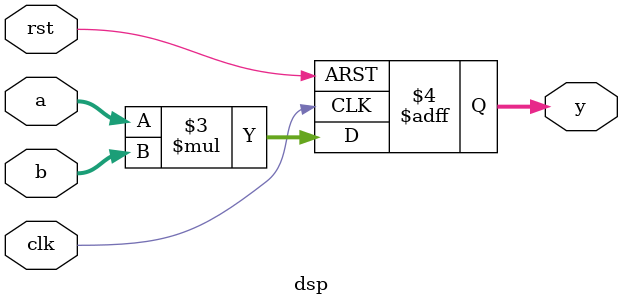
<source format=v>
module dsp
(
    rst,
    clk,
    a,
    b,
    y
);

input           clk;
input           rst;
input   [35:0]        a;
input   [35:0]        b;
output  [71:0]        y;

reg   [71:0]        y; 


always @(posedge clk or negedge rst)
begin
    if (rst == 1'b0)
    begin
        y   <= 72'h0;
    end
    else
    begin
        y  <= a * b; 
    end
end

endmodule

</source>
